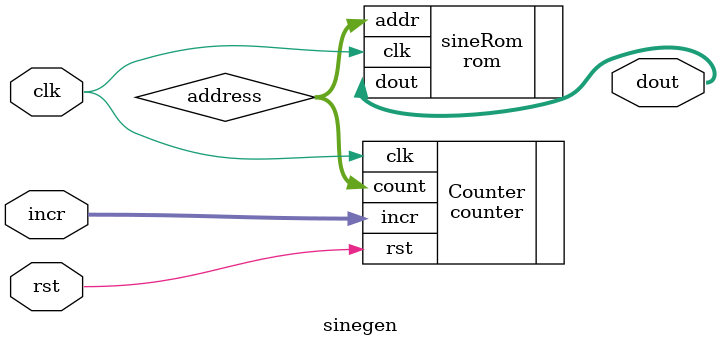
<source format=sv>
module sinegen #(
    parameter A_WIDTH = 8,
              D_WIDTH = 8
)(
    // interface signals
    input logic                 clk,   // clock
    input logic                 rst,   // reset
    input logic [D_WIDTH-1:0]   incr,  // increment for addr counter
    output logic [D_WIDTH-1:0]  dout   // output data
);

    logic [A_WIDTH-1:0] address;  // interconnect wire

    counter Counter (
        .clk   (clk),
        .rst   (rst),
        .incr  (incr),
        .count (address)
    );

    rom sineRom (
        .clk  (clk),
        .addr (address),
        .dout (dout)
    );

endmodule

</source>
